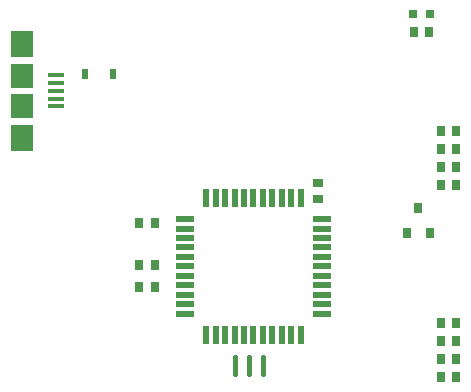
<source format=gtp>
G75*
%MOIN*%
%OFA0B0*%
%FSLAX25Y25*%
%IPPOS*%
%LPD*%
%AMOC8*
5,1,8,0,0,1.08239X$1,22.5*
%
%ADD10R,0.05906X0.01969*%
%ADD11R,0.01969X0.05906*%
%ADD12R,0.02756X0.03543*%
%ADD13C,0.01772*%
%ADD14R,0.05512X0.01575*%
%ADD15R,0.07480X0.07874*%
%ADD16R,0.07480X0.08661*%
%ADD17R,0.02480X0.03268*%
%ADD18R,0.03543X0.02756*%
%ADD19R,0.03150X0.03543*%
%ADD20R,0.03150X0.03150*%
D10*
X0077638Y0037620D03*
X0077638Y0040770D03*
X0077638Y0043920D03*
X0077638Y0047069D03*
X0077638Y0050219D03*
X0077638Y0053369D03*
X0077638Y0056518D03*
X0077638Y0059668D03*
X0077638Y0062817D03*
X0077638Y0065967D03*
X0077638Y0069117D03*
X0123307Y0069117D03*
X0123307Y0065967D03*
X0123307Y0062817D03*
X0123307Y0059668D03*
X0123307Y0056518D03*
X0123307Y0053369D03*
X0123307Y0050219D03*
X0123307Y0047069D03*
X0123307Y0043920D03*
X0123307Y0040770D03*
X0123307Y0037620D03*
D11*
X0084724Y0030534D03*
X0087874Y0030534D03*
X0091024Y0030534D03*
X0094173Y0030534D03*
X0097323Y0030534D03*
X0100472Y0030534D03*
X0103622Y0030534D03*
X0106772Y0030534D03*
X0109921Y0030534D03*
X0113071Y0030534D03*
X0116220Y0030534D03*
X0116220Y0076203D03*
X0113071Y0076203D03*
X0109921Y0076203D03*
X0106772Y0076203D03*
X0103622Y0076203D03*
X0100472Y0076203D03*
X0097323Y0076203D03*
X0094173Y0076203D03*
X0091024Y0076203D03*
X0087874Y0076203D03*
X0084724Y0076203D03*
D12*
X0067531Y0067869D03*
X0062413Y0067869D03*
X0062413Y0053869D03*
X0067531Y0053869D03*
X0067531Y0046369D03*
X0062413Y0046369D03*
X0162913Y0034369D03*
X0168031Y0034369D03*
X0168031Y0028369D03*
X0162913Y0028369D03*
X0162913Y0022369D03*
X0168031Y0022369D03*
X0168031Y0016369D03*
X0162913Y0016369D03*
X0162913Y0080369D03*
X0168031Y0080369D03*
X0168031Y0086369D03*
X0162913Y0086369D03*
X0162913Y0092369D03*
X0168031Y0092369D03*
X0168031Y0098369D03*
X0162913Y0098369D03*
X0159031Y0131369D03*
X0153913Y0131369D03*
D13*
X0103697Y0023233D02*
X0103697Y0017505D01*
X0098972Y0017505D02*
X0098972Y0023233D01*
X0094248Y0023233D02*
X0094248Y0017505D01*
D14*
X0034693Y0106750D03*
X0034693Y0109309D03*
X0034693Y0111869D03*
X0034693Y0114428D03*
X0034693Y0116987D03*
D15*
X0023472Y0116790D03*
X0023472Y0106947D03*
D16*
X0023472Y0096120D03*
X0023472Y0127617D03*
D17*
X0044445Y0117369D03*
X0053500Y0117369D03*
D18*
X0121858Y0081014D03*
X0121858Y0075896D03*
D19*
X0151732Y0064431D03*
X0159213Y0064431D03*
X0155472Y0072699D03*
D20*
X0153520Y0137369D03*
X0159425Y0137369D03*
M02*

</source>
